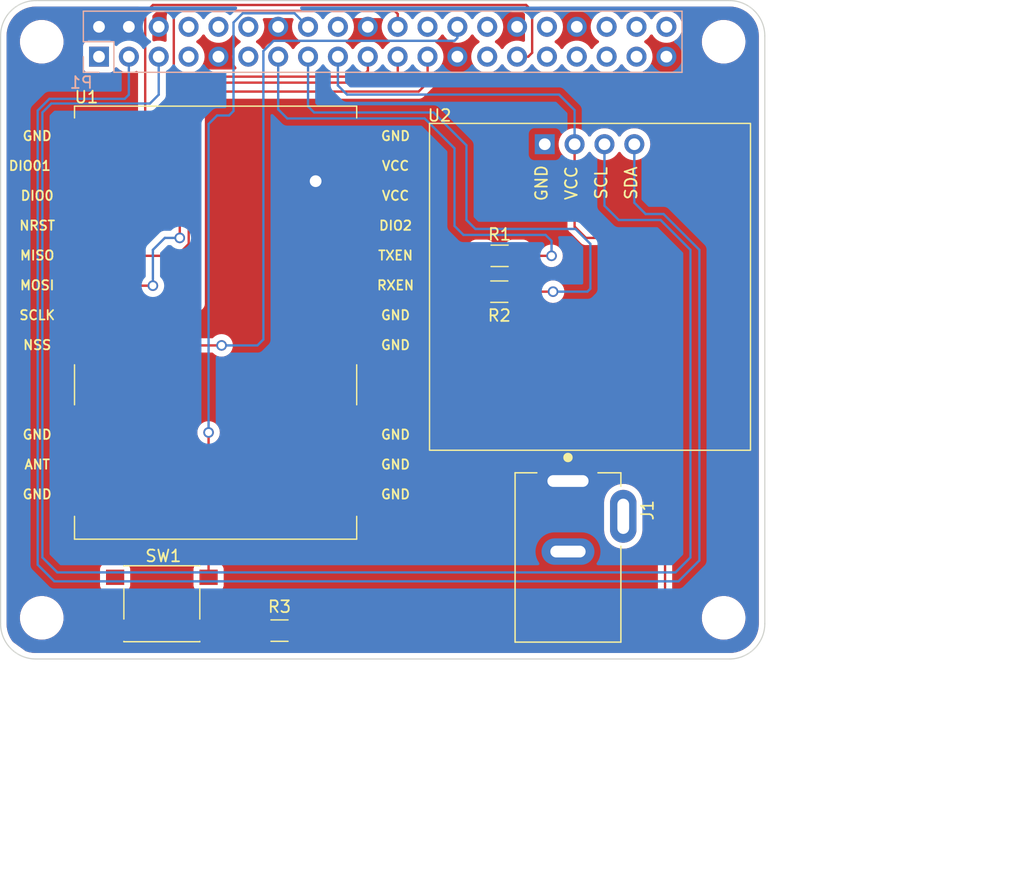
<source format=kicad_pcb>
(kicad_pcb (version 20211014) (generator pcbnew)
  (title_block (date "15 nov 2012"))
  (layers (0 "F.Cu" signal) (31 "B.Cu" signal) (34 "B.Paste" user) (35 "F.Paste" user) (36 "B.SilkS" user "B.Silkscreen") (37 "F.SilkS" user "F.Silkscreen") (38 "B.Mask" user) (39 "F.Mask" user) (44 "Edge.Cuts" user))
  (net 0 "")
  (net 1 "+3V3")
  (net 2 "+5V")
  (net 3 "GND")
  (net 4 "/ID_SD")
  (net 5 "/ID_SC")
  (net 6 "/GPIO5")
  (net 7 "/GPIO6")
  (net 8 "/GPIO26")
  (net 9 "/GPIO2(SDA1)")
  (net 10 "/GPIO3(SCL1)")
  (net 11 "/GPIO4(GCLK)")
  (net 12 "/GPIO14(TXD0)")
  (net 13 "/GPIO15(RXD0)")
  (net 14 "/GPIO17(GEN0)")
  (net 15 "/GPIO27(GEN2)")
  (net 16 "/GPIO22(GEN3)")
  (net 17 "/GPIO23(GEN4)")
  (net 18 "/GPIO24(GEN5)")
  (net 19 "/GPIO25(GEN6)")
  (net 20 "/GPIO18(GEN1)(PWM0)")
  (net 21 "/GPIO10(SPI0_MOSI)")
  (net 22 "/GPIO9(SPI0_MISO)")
  (net 23 "/GPIO11(SPI0_SCK)")
  (net 24 "/GPIO8(SPI0_CE_N)")
  (net 25 "/GPIO7(SPI1_CE_N)")
  (net 26 "/GPIO12(PWM0)")
  (net 27 "/GPIO13(PWM1)")
  (net 28 "/GPIO19(SPI1_MISO)")
  (net 29 "/GPIO16")
  (net 30 "/GPIO20(SPI1_MOSI)")
  (net 31 "/GPIO21(SPI1_SCK)")
  (net 32 "Net-(R2-Pad1)")
  (net 34 "Net-(R3-Pad2)")
  (net 38 "Net-(R1-Pad1)")
  (footprint "MountingHole:MountingHole_2.7mm_M2.5" (layer "F.Cu") (at 203.5 97.5 180)
    (fp_text reference "MK1")
    (fp_text value "M2.5")
    (pad "" np_thru_hole circle (at 0 0 180) (size 2.7 2.7) (drill 2.7) (layers *.Cu *.Mask))
  )
  (footprint "MountingHole:MountingHole_2.7mm_M2.5" (layer "F.Cu") (at 261.5 97.5 180)
    (fp_text reference "MK2")
    (fp_text value "M2.5")
    (pad "" np_thru_hole circle (at 0 0 180) (size 2.7 2.7) (drill 2.7) (layers *.Cu *.Mask))
  )
  (footprint "MountingHole:MountingHole_2.7mm_M2.5" (layer "F.Cu") (at 203.5 146.5)
    (fp_text reference "MK3")
    (fp_text value "M2.5")
    (pad "" np_thru_hole circle (at 0 0) (size 2.7 2.7) (drill 2.7) (layers *.Cu *.Mask))
  )
  (footprint "MountingHole:MountingHole_2.7mm_M2.5" (layer "F.Cu") (at 261.5 146.5)
    (fp_text reference "MK4")
    (fp_text value "M2.5")
    (pad "" np_thru_hole circle (at 0 0) (size 2.7 2.7) (drill 2.7) (layers *.Cu *.Mask))
  )
  (footprint "Resistor_SMD:R_1206_3216Metric_Pad1.30x1.75mm_HandSolder" (layer "F.Cu") (at 242.444 115.71)
    (fp_text reference "R1" (at 0 -1.82) (layer "F.SilkS"))
    (fp_text value "1k")
    (fp_line (start -0.727064 -0.91) (end 0.727064 -0.91) (layer "F.SilkS") (width 0.12))
    (fp_line (start -0.727064 0.91) (end 0.727064 0.91) (layer "F.SilkS") (width 0.12))
    (pad "1" smd roundrect (at -1.55 0) (size 1.3 1.75) (layers "F.Cu" "F.Paste" "F.Mask") (roundrect_rratio 0.192308) (net 38 "Net-(R1-Pad1)"))
    (pad "2" smd roundrect (at 1.55 0) (size 1.3 1.75) (layers "F.Cu" "F.Paste" "F.Mask") (roundrect_rratio 0.192308) (net 15 "/GPIO27(GEN2)"))
  )
  (footprint "Button_Switch_SMD:SW_Push_1P1T_NO_6x6mm_H9.5mm" (layer "F.Cu") (at 213.716 145.301 180)
    (fp_text reference "SW1" (at -0.127 4.064) (layer "F.SilkS"))
    (fp_text value "SW_Push_Open_Dual")
    (fp_line (start 3.23 3.23) (end 3.23 3.2) (layer "F.SilkS") (width 0.12))
    (fp_line (start 3.23 -3.23) (end 3.23 -3.2) (layer "F.SilkS") (width 0.12))
    (fp_line (start -3.23 -1.3) (end -3.23 1.3) (layer "F.SilkS") (width 0.12))
    (fp_line (start -3.23 3.23) (end 3.23 3.23) (layer "F.SilkS") (width 0.12))
    (fp_line (start -3.23 3.23) (end -3.23 3.2) (layer "F.SilkS") (width 0.12))
    (fp_line (start -3.23 -3.2) (end -3.23 -3.23) (layer "F.SilkS") (width 0.12))
    (fp_line (start 3.23 -1.3) (end 3.23 1.3) (layer "F.SilkS") (width 0.12))
    (fp_line (start -3.23 -3.23) (end 3.23 -3.23) (layer "F.SilkS") (width 0.12))
    (pad "1" smd rect (at -3.975 -2.25 180) (size 1.55 1.3) (layers "F.Cu" "F.Paste" "F.Mask") (net 34 "Net-(R3-Pad2)"))
    (pad "1" smd rect (at 3.975 -2.25 180) (size 1.55 1.3) (layers "F.Cu" "F.Paste" "F.Mask"))
    (pad "2" smd rect (at 3.975 2.25 180) (size 1.55 1.3) (layers "F.Cu" "F.Paste" "F.Mask"))
    (pad "2" smd rect (at -3.975 2.25 180) (size 1.55 1.3) (layers "F.Cu" "F.Paste" "F.Mask") (net 17 "/GPIO23(GEN4)"))
  )
  (footprint "TinyGS:E32400M" (layer "F.Cu") (at 206.288 102.978)
    (fp_text reference "U1" (at 1.016 -0.762 unlocked) (layer "F.SilkS"))
    (fp_text value "E32400M30S")
    (fp_text user "RXEN" (at 27.305 15.24 unlocked) (layer "F.SilkS") (effects (font (size 0.8 0.8))))
    (fp_text user "ANT" (at -3.175 30.48 unlocked) (layer "F.SilkS") (effects (font (size 0.8 0.8))))
    (fp_text user "GND" (at 27.305 2.54 unlocked) (layer "F.SilkS") (effects (font (size 0.8 0.8))))
    (fp_text user "GND" (at 27.305 20.32 unlocked) (layer "F.SilkS") (effects (font (size 0.8 0.8))))
    (fp_text user "GND" (at -3.175 33.02 unlocked) (layer "F.SilkS") (effects (font (size 0.8 0.8))))
    (fp_text user "MISO" (at -3.175 12.7 unlocked) (layer "F.SilkS") (effects (font (size 0.8 0.8))))
    (fp_text user "VCC" (at 27.305 5.08 unlocked) (layer "F.SilkS") (effects (font (size 0.8 0.8))))
    (fp_text user "MOSI" (at -3.175 15.24 unlocked) (layer "F.SilkS") (effects (font (size 0.8 0.8))))
    (fp_text user "NSS" (at -3.175 20.32 unlocked) (layer "F.SilkS") (effects (font (size 0.8 0.8))))
    (fp_text user "DIO0" (at -3.175 7.62 unlocked) (layer "F.SilkS") (effects (font (size 0.8 0.8))))
    (fp_text user "GND" (at -3.175 27.94 unlocked) (layer "F.SilkS") (effects (font (size 0.8 0.8))))
    (fp_text user "GND" (at -3.175 2.54 unlocked) (layer "F.SilkS") (effects (font (size 0.8 0.8))))
    (fp_text user "DIO2" (at 27.305 10.16 unlocked) (layer "F.SilkS") (effects (font (size 0.8 0.8))))
    (fp_text user "TXEN" (at 27.305 12.7 unlocked) (layer "F.SilkS") (effects (font (size 0.8 0.8))))
    (fp_text user "GND" (at 27.305 17.78 unlocked) (layer "F.SilkS") (effects (font (size 0.8 0.8))))
    (fp_text user "SCLK" (at -3.175 17.78 unlocked) (layer "F.SilkS") (effects (font (size 0.8 0.8))))
    (fp_text user "GND" (at 27.305 33.02 unlocked) (layer "F.SilkS") (effects (font (size 0.8 0.8))))
    (fp_text user "DIO01" (at -3.81 5.08 unlocked) (layer "F.SilkS") (effects (font (size 0.8 0.8))))
    (fp_text user "VCC" (at 27.305 7.62 unlocked) (layer "F.SilkS") (effects (font (size 0.8 0.8))))
    (fp_text user "GND" (at 27.305 30.48 unlocked) (layer "F.SilkS") (effects (font (size 0.8 0.8))))
    (fp_text user "NRST" (at -3.175 10.16 unlocked) (layer "F.SilkS") (effects (font (size 0.8 0.8))))
    (fp_text user "GND" (at 27.305 27.94 unlocked) (layer "F.SilkS") (effects (font (size 0.8 0.8))))
    (fp_line (start 24 0) (end 24 1) (layer "F.SilkS") (width 0.12))
    (fp_line (start 0 0) (end 0 1) (layer "F.SilkS") (width 0.12))
    (fp_line (start 0 0) (end 24 0) (layer "F.SilkS") (width 0.12))
    (fp_line (start 24 36.83) (end 24 34.89) (layer "F.SilkS") (width 0.12))
    (fp_line (start 24 22) (end 24 25.4) (layer "F.SilkS") (width 0.12))
    (fp_line (start 0 36.83) (end 0 34.89) (layer "F.SilkS") (width 0.12))
    (fp_line (start 0 36.83) (end 24 36.83) (layer "F.SilkS") (width 0.12))
    (fp_line (start 0 22) (end 0 25.4) (layer "F.SilkS") (width 0.12))
    (pad "1" smd rect (at 24 32.731) (size 3.2 1.8) (layers "F.Cu" "F.Paste" "F.Mask") (net 3 "GND"))
    (pad "2" smd rect (at 24 30.191) (size 3.2 1.8) (layers "F.Cu" "F.Paste" "F.Mask") (net 3 "GND"))
    (pad "3" smd rect (at 24 27.651) (size 3.2 1.8) (layers "F.Cu" "F.Paste" "F.Mask") (net 3 "GND"))
    (pad "4" smd rect (at 24 20.351) (size 3.2 1.8) (layers "F.Cu" "F.Paste" "F.Mask") (net 3 "GND"))
    (pad "5" smd rect (at 24 17.811) (size 3.2 1.8) (layers "F.Cu" "F.Paste" "F.Mask") (net 3 "GND"))
    (pad "6" smd rect (at 24 15.271) (size 3.2 1.8) (layers "F.Cu" "F.Paste" "F.Mask") (net 32 "Net-(R2-Pad1)"))
    (pad "7" smd rect (at 24 12.731) (size 3.2 1.8) (layers "F.Cu" "F.Paste" "F.Mask") (net 38 "Net-(R1-Pad1)"))
    (pad "8" smd rect (at 24 10.191) (size 3.2 1.8) (layers "F.Cu" "F.Paste" "F.Mask"))
    (pad "9" smd rect (at 24 7.651) (size 3.2 1.8) (layers "F.Cu" "F.Paste" "F.Mask") (net 2 "+5V"))
    (pad "10" smd rect (at 24 5.111) (size 3.2 1.8) (layers "F.Cu" "F.Paste" "F.Mask") (net 2 "+5V"))
    (pad "11" smd rect (at 24 2.571) (size 3.2 1.8) (layers "F.Cu" "F.Paste" "F.Mask") (net 3 "GND"))
    (pad "18" smd rect (at 0 2.571) (size 3.2 1.8) (layers "F.Cu" "F.Paste" "F.Mask") (net 3 "GND"))
    (pad "19" smd rect (at 0 5.111) (size 3.2 1.8) (layers "F.Cu" "F.Paste" "F.Mask"))
    (pad "20" smd rect (at 0 7.651) (size 3.2 1.8) (layers "F.Cu" "F.Paste" "F.Mask") (net 6 "/GPIO5"))
    (pad "21" smd rect (at 0 10.191) (size 3.2 1.8) (layers "F.Cu" "F.Paste" "F.Mask") (net 19 "/GPIO25(GEN6)"))
    (pad "22" smd rect (at 0 12.731) (size 3.2 1.8) (layers "F.Cu" "F.Paste" "F.Mask") (net 22 "/GPIO9(SPI0_MISO)"))
    (pad "23" smd rect (at 0 15.271) (size 3.2 1.8) (layers "F.Cu" "F.Paste" "F.Mask") (net 21 "/GPIO10(SPI0_MOSI)"))
    (pad "24" smd rect (at 0 17.811) (size 3.2 1.8) (layers "F.Cu" "F.Paste" "F.Mask") (net 23 "/GPIO11(SPI0_SCK)"))
    (pad "25" smd rect (at 0 20.351) (size 3.2 1.8) (layers "F.Cu" "F.Paste" "F.Mask") (net 25 "/GPIO7(SPI1_CE_N)"))
    (pad "26" smd rect (at 0 27.651) (size 3.2 1.8) (layers "F.Cu" "F.Paste" "F.Mask") (net 3 "GND"))
    (pad "27" smd rect (at 0 30.191) (size 3.2 1.8) (layers "F.Cu" "F.Paste" "F.Mask"))
    (pad "28" smd rect (at 0 32.731) (size 3.2 1.8) (layers "F.Cu" "F.Paste" "F.Mask") (net 3 "GND"))
  )
  (footprint "TinyGS:OLED" (layer "F.Cu") (at 236.483 104.445)
    (fp_text reference "U2" (at 0.855 -0.673) (layer "F.SilkS"))
    (fp_text value "OLED")
    (fp_text user "SCL" (at 14.605 5.08 90 unlocked) (layer "F.SilkS"))
    (fp_text user "SDA" (at 17.145 5.08 90 unlocked) (layer "F.SilkS"))
    (fp_text user "VCC" (at 12.065 5.08 90 unlocked) (layer "F.SilkS"))
    (fp_text user "GND" (at 9.525 5.08 90 unlocked) (layer "F.SilkS"))
    (fp_rect (start 0 0) (end 27.3 27.8) (layer "F.SilkS") (width 0.12) (fill none))
    (pad "1" thru_hole rect (at 9.8 1.77 90) (size 1.7 1.7) (drill 1) (layers *.Cu *.Mask) (net 3 "GND"))
    (pad "2" thru_hole oval (at 12.34 1.77 90) (size 1.7 1.7) (drill 1) (layers *.Cu *.Mask) (net 1 "+3V3"))
    (pad "3" thru_hole oval (at 14.88 1.77 90) (size 1.7 1.7) (drill 1) (layers *.Cu *.Mask) (net 10 "/GPIO3(SCL1)"))
    (pad "4" thru_hole oval (at 17.42 1.77 90) (size 1.7 1.7) (drill 1) (layers *.Cu *.Mask) (net 9 "/GPIO2(SDA1)"))
  )
  (footprint "PJ-202A:CUI_PJ-202A" (layer "F.Cu") (at 248.26 141.364 -90)
    (fp_text reference "J1" (at -4.015855 -6.766445 90) (layer "F.SilkS") (effects (font (size 1.000213 1.000213))))
    (fp_text value "PJ-202A")
    (fp_line (start 7.2 4.5) (end -7.2 4.5) (layer "F.SilkS") (width 0.127))
    (fp_line (start 7.2 -4.5) (end 7.2 4.5) (layer "F.SilkS") (width 0.127))
    (fp_line (start -0.95 -4.5) (end 7.2 -4.5) (layer "F.SilkS") (width 0.127))
    (fp_line (start -7.2 -4.5) (end -6.05 -4.5) (layer "F.SilkS") (width 0.127))
    (fp_line (start -7.2 -2.55) (end -7.2 -4.5) (layer "F.SilkS") (width 0.127))
    (fp_line (start -7.2 4.5) (end -7.2 2.65) (layer "F.SilkS") (width 0.127))
    (fp_circle (center -8.5 0) (end -8.3 0) (layer "F.SilkS") (width 0.4) (fill none))
    (pad "1" thru_hole oval locked (at -6.5 0 270) (size 2.5 5) (drill oval 1 3.5) (layers *.Cu *.Mask) (net 2 "+5V"))
    (pad "2" thru_hole oval locked (at -0.5 0 270) (size 2.25 4.5) (drill oval 1 3) (layers *.Cu *.Mask) (net 3 "GND"))
    (pad "3" thru_hole oval locked (at -3.5 -4.7 270) (size 4.5 2.25) (drill oval 3 1) (layers *.Cu *.Mask))
  )
  (footprint "Resistor_SMD:R_1206_3216Metric_Pad1.30x1.75mm_HandSolder" (layer "F.Cu") (at 242.418 118.758)
    (fp_text reference "R2" (at 0 2.032) (layer "F.SilkS"))
    (fp_text value "1k")
    (fp_line (start -0.727064 -0.91) (end 0.727064 -0.91) (layer "F.SilkS") (width 0.12))
    (fp_line (start -0.727064 0.91) (end 0.727064 0.91) (layer "F.SilkS") (width 0.12))
    (pad "1" smd roundrect (at -1.55 0) (size 1.3 1.75) (layers "F.Cu" "F.Paste" "F.Mask") (roundrect_rratio 0.192308) (net 32 "Net-(R2-Pad1)"))
    (pad "2" smd roundrect (at 1.55 0) (size 1.3 1.75) (layers "F.Cu" "F.Paste" "F.Mask") (roundrect_rratio 0.192308) (net 16 "/GPIO22(GEN3)"))
  )
  (footprint "Resistor_SMD:R_1206_3216Metric_Pad1.30x1.75mm_HandSolder" (layer "F.Cu") (at 223.723 147.587 180)
    (fp_text reference "R3" (at 0 2.032) (layer "F.SilkS"))
    (fp_text value "10k")
    (fp_line (start -0.727064 0.91) (end 0.727064 0.91) (layer "F.SilkS") (width 0.12))
    (fp_line (start -0.727064 -0.91) (end 0.727064 -0.91) (layer "F.SilkS") (width 0.12))
    (pad "1" smd roundrect (at -1.55 0 180) (size 1.3 1.75) (layers "F.Cu" "F.Paste" "F.Mask") (roundrect_rratio 0.192308) (net 1 "+3V3"))
    (pad "2" smd roundrect (at 1.55 0 180) (size 1.3 1.75) (layers "F.Cu" "F.Paste" "F.Mask") (roundrect_rratio 0.192308) (net 34 "Net-(R3-Pad2)"))
  )
  (footprint "Connector_PinSocket_2.54mm:PinSocket_2x20_P2.54mm_Vertical" (layer "B.Cu") (at 208.37 98.77 -90)
    (fp_text reference "P1" (at 2.208 1.512) (layer "B.SilkS") (effects (justify mirror)))
    (fp_text value "Conn_02x20_Odd_Even")
    (fp_line (start 1.33 1.33) (end 1.33 0) (layer "B.SilkS") (width 0.12))
    (fp_line (start -3.87 1.33) (end -1.27 1.33) (layer "B.SilkS") (width 0.12))
    (fp_line (start -3.87 -49.59) (end 1.33 -49.59) (layer "B.SilkS") (width 0.12))
    (fp_line (start 0 1.33) (end 1.33 1.33) (layer "B.SilkS") (width 0.12))
    (fp_line (start -1.27 -1.27) (end 1.33 -1.27) (layer "B.SilkS") (width 0.12))
    (fp_line (start -1.27 1.33) (end -1.27 -1.27) (layer "B.SilkS") (width 0.12))
    (fp_line (start -3.87 1.33) (end -3.87 -49.59) (layer "B.SilkS") (width 0.12))
    (fp_line (start 1.33 -1.27) (end 1.33 -49.59) (layer "B.SilkS") (width 0.12))
    (pad "1" thru_hole rect (at 0 0 270) (size 1.7 1.7) (drill 1) (layers *.Cu *.Mask) (net 1 "+3V3"))
    (pad "2" thru_hole oval (at -2.54 0 270) (size 1.7 1.7) (drill 1) (layers *.Cu *.Mask) (net 2 "+5V"))
    (pad "3" thru_hole oval (at 0 -2.54 270) (size 1.7 1.7) (drill 1) (layers *.Cu *.Mask) (net 9 "/GPIO2(SDA1)"))
    (pad "4" thru_hole oval (at -2.54 -2.54 270) (size 1.7 1.7) (drill 1) (layers *.Cu *.Mask) (net 2 "+5V"))
    (pad "5" thru_hole oval (at 0 -5.08 270) (size 1.7 1.7) (drill 1) (layers *.Cu *.Mask) (net 10 "/GPIO3(SCL1)"))
    (pad "6" thru_hole oval (at -2.54 -5.08 270) (size 1.7 1.7) (drill 1) (layers *.Cu *.Mask) (net 3 "GND"))
    (pad "7" thru_hole oval (at 0 -7.62 270) (size 1.7 1.7) (drill 1) (layers *.Cu *.Mask) (net 11 "/GPIO4(GCLK)"))
    (pad "8" thru_hole oval (at -2.54 -7.62 270) (size 1.7 1.7) (drill 1) (layers *.Cu *.Mask) (net 12 "/GPIO14(TXD0)"))
    (pad "9" thru_hole oval (at 0 -10.16 270) (size 1.7 1.7) (drill 1) (layers *.Cu *.Mask) (net 3 "GND"))
    (pad "10" thru_hole oval (at -2.54 -10.16 270) (size 1.7 1.7) (drill 1) (layers *.Cu *.Mask) (net 13 "/GPIO15(RXD0)"))
    (pad "11" thru_hole oval (at 0 -12.7 270) (size 1.7 1.7) (drill 1) (layers *.Cu *.Mask) (net 14 "/GPIO17(GEN0)"))
    (pad "12" thru_hole oval (at -2.54 -12.7 270) (size 1.7 1.7) (drill 1) (layers *.Cu *.Mask) (net 20 "/GPIO18(GEN1)(PWM0)"))
    (pad "13" thru_hole oval (at 0 -15.24 270) (size 1.7 1.7) (drill 1) (layers *.Cu *.Mask) (net 15 "/GPIO27(GEN2)"))
    (pad "14" thru_hole oval (at -2.54 -15.24 270) (size 1.7 1.7) (drill 1) (layers *.Cu *.Mask) (net 3 "GND"))
    (pad "15" thru_hole oval (at 0 -17.78 270) (size 1.7 1.7) (drill 1) (layers *.Cu *.Mask) (net 16 "/GPIO22(GEN3)"))
    (pad "16" thru_hole oval (at -2.54 -17.78 270) (size 1.7 1.7) (drill 1) (layers *.Cu *.Mask) (net 17 "/GPIO23(GEN4)"))
    (pad "17" thru_hole oval (at 0 -20.32 270) (size 1.7 1.7) (drill 1) (layers *.Cu *.Mask) (net 1 "+3V3"))
    (pad "18" thru_hole oval (at -2.54 -20.32 270) (size 1.7 1.7) (drill 1) (layers *.Cu *.Mask) (net 18 "/GPIO24(GEN5)"))
    (pad "19" thru_hole oval (at 0 -22.86 270) (size 1.7 1.7) (drill 1) (layers *.Cu *.Mask) (net 21 "/GPIO10(SPI0_MOSI)"))
    (pad "20" thru_hole oval (at -2.54 -22.86 270) (size 1.7 1.7) (drill 1) (layers *.Cu *.Mask) (net 3 "GND"))
    (pad "21" thru_hole oval (at 0 -25.4 270) (size 1.7 1.7) (drill 1) (layers *.Cu *.Mask) (net 22 "/GPIO9(SPI0_MISO)"))
    (pad "22" thru_hole oval (at -2.54 -25.4 270) (size 1.7 1.7) (drill 1) (layers *.Cu *.Mask) (net 19 "/GPIO25(GEN6)"))
    (pad "23" thru_hole oval (at 0 -27.94 270) (size 1.7 1.7) (drill 1) (layers *.Cu *.Mask) (net 23 "/GPIO11(SPI0_SCK)"))
    (pad "24" thru_hole oval (at -2.54 -27.94 270) (size 1.7 1.7) (drill 1) (layers *.Cu *.Mask) (net 24 "/GPIO8(SPI0_CE_N)"))
    (pad "25" thru_hole oval (at 0 -30.48 270) (size 1.7 1.7) (drill 1) (layers *.Cu *.Mask) (net 3 "GND"))
    (pad "26" thru_hole oval (at -2.54 -30.48 270) (size 1.7 1.7) (drill 1) (layers *.Cu *.Mask) (net 25 "/GPIO7(SPI1_CE_N)"))
    (pad "27" thru_hole oval (at 0 -33.02 270) (size 1.7 1.7) (drill 1) (layers *.Cu *.Mask) (net 4 "/ID_SD"))
    (pad "28" thru_hole oval (at -2.54 -33.02 270) (size 1.7 1.7) (drill 1) (layers *.Cu *.Mask) (net 5 "/ID_SC"))
    (pad "29" thru_hole oval (at 0 -35.56 270) (size 1.7 1.7) (drill 1) (layers *.Cu *.Mask) (net 6 "/GPIO5"))
    (pad "30" thru_hole oval (at -2.54 -35.56 270) (size 1.7 1.7) (drill 1) (layers *.Cu *.Mask) (net 3 "GND"))
    (pad "31" thru_hole oval (at 0 -38.1 270) (size 1.7 1.7) (drill 1) (layers *.Cu *.Mask) (net 7 "/GPIO6"))
    (pad "32" thru_hole oval (at -2.54 -38.1 270) (size 1.7 1.7) (drill 1) (layers *.Cu *.Mask) (net 26 "/GPIO12(PWM0)"))
    (pad "33" thru_hole oval (at 0 -40.64 270) (size 1.7 1.7) (drill 1) (layers *.Cu *.Mask) (net 27 "/GPIO13(PWM1)"))
    (pad "34" thru_hole oval (at -2.54 -40.64 270) (size 1.7 1.7) (drill 1) (layers *.Cu *.Mask) (net 3 "GND"))
    (pad "35" thru_hole oval (at 0 -43.18 270) (size 1.7 1.7) (drill 1) (layers *.Cu *.Mask) (net 28 "/GPIO19(SPI1_MISO)"))
    (pad "36" thru_hole oval (at -2.54 -43.18 270) (size 1.7 1.7) (drill 1) (layers *.Cu *.Mask) (net 29 "/GPIO16"))
    (pad "37" thru_hole oval (at 0 -45.72 270) (size 1.7 1.7) (drill 1) (layers *.Cu *.Mask) (net 8 "/GPIO26"))
    (pad "38" thru_hole oval (at -2.54 -45.72 270) (size 1.7 1.7) (drill 1) (layers *.Cu *.Mask) (net 30 "/GPIO20(SPI1_MOSI)"))
    (pad "39" thru_hole oval (at 0 -48.26 270) (size 1.7 1.7) (drill 1) (layers *.Cu *.Mask) (net 3 "GND"))
    (pad "40" thru_hole oval (at -2.54 -48.26 270) (size 1.7 1.7) (drill 1) (layers *.Cu *.Mask) (net 31 "/GPIO21(SPI1_SCK)"))
  )
  (gr_arc (start 262 94) (mid 264.12132 94.87868) (end 265 97) (layer "Edge.Cuts") (width 0.1))
  (gr_line (start 200 131) (end 200 147) (layer "Edge.Cuts") (width 0.1))
  (gr_line (start 262 94) (end 203 94) (layer "Edge.Cuts") (width 0.1))
  (gr_line (start 200 113) (end 200 131) (layer "Edge.Cuts") (width 0.1))
  (gr_line (start 203 150) (end 262 150) (layer "Edge.Cuts") (width 0.1))
  (gr_arc (start 200 97) (mid 200.87868 94.87868) (end 203 94) (layer "Edge.Cuts") (width 0.1))
  (gr_arc (start 203 150) (mid 200.87868 149.12132) (end 200 147) (layer "Edge.Cuts") (width 0.1))
  (gr_arc (start 265 147) (mid 264.12132 149.12132) (end 262 150) (layer "Edge.Cuts") (width 0.1))
  (gr_line (start 265 147) (end 265 97) (layer "Edge.Cuts") (width 0.1))
  (gr_line (start 200 97) (end 200 113) (layer "Edge.Cuts") (width 0.1))
  (segment (start 256.515 115.456) (end 255.245 114.186) (width 0.2) (layer "F.Cu") (net 1))
  (segment (start 248.84 113.242) (end 248.823 113.242) (width 0.2) (layer "F.Cu") (net 1))
  (segment (start 248.823 113.242) (end 248.823 106.215) (width 0.2) (layer "F.Cu") (net 1))
  (segment (start 255.499 147.714) (end 256.515 146.698) (width 0.2) (layer "F.Cu") (net 1))
  (segment (start 249.784 114.186) (end 248.84 113.242) (width 0.2) (layer "F.Cu") (net 1))
  (segment (start 256.515 146.698) (end 256.515 115.456) (width 0.2) (layer "F.Cu") (net 1))
  (segment (start 255.245 114.186) (end 249.784 114.186) (width 0.2) (layer "F.Cu") (net 1))
  (segment (start 225.273 147.587) (end 225.4 147.714) (width 0.2) (layer "F.Cu") (net 1))
  (segment (start 225.4 147.714) (end 255.499 147.714) (width 0.2) (layer "F.Cu") (net 1))
  (segment (start 228.69 98.77) (end 228.69 101.22) (width 0.2) (layer "B.Cu") (net 1))
  (segment (start 248.823 103.319) (end 248.823 106.215) (width 0.2) (layer "B.Cu") (net 1))
  (segment (start 247.498 101.994) (end 248.823 103.319) (width 0.2) (layer "B.Cu") (net 1))
  (segment (start 229.464 101.994) (end 247.498 101.994) (width 0.2) (layer "B.Cu") (net 1))
  (segment (start 228.69 101.22) (end 229.464 101.994) (width 0.2) (layer "B.Cu") (net 1))
  (segment (start 226.797 109.36) (end 228.068 108.089) (width 2.5) (layer "F.Cu") (net 2))
  (segment (start 230.288 108.089) (end 230.288 110.629) (width 2.5) (layer "F.Cu") (net 2))
  (segment (start 228.066 110.629) (end 230.288 110.629) (width 2.5) (layer "F.Cu") (net 2))
  (segment (start 226.797 109.36) (end 228.066 110.629) (width 2.5) (layer "F.Cu") (net 2))
  (segment (start 228.068 108.089) (end 230.288 108.089) (width 2.5) (layer "F.Cu") (net 2))
  (via (at 226.797 109.36) (size 2) (drill 1) (layers "F.Cu" "B.Cu") (net 2))
  (segment (start 244.88 98.77) (end 243.93 98.77) (width 0.2) (layer "F.Cu") (net 6))
  (segment (start 210.922 110.63) (end 212.300489 109.251511) (width 0.2) (layer "F.Cu") (net 6))
  (segment (start 212.954 94.374) (end 244.704 94.374) (width 0.2) (layer "F.Cu") (net 6))
  (segment (start 212.300489 109.251511) (end 212.300489 95.027511) (width 0.2) (layer "F.Cu") (net 6))
  (segment (start 245.212 98.438) (end 244.88 98.77) (width 0.2) (layer "F.Cu") (net 6))
  (segment (start 206.989 110.63) (end 210.922 110.63) (width 0.2) (layer "F.Cu") (net 6))
  (segment (start 244.704 94.374) (end 245.212 94.882) (width 0.2) (layer "F.Cu") (net 6))
  (segment (start 245.212 94.882) (end 245.212 98.438) (width 0.2) (layer "F.Cu") (net 6))
  (segment (start 206.988 110.629) (end 206.989 110.63) (width 0.2) (layer "F.Cu") (net 6))
  (segment (start 212.300489 95.027511) (end 212.954 94.374) (width 0.2) (layer "F.Cu") (net 6))
  (segment (start 206.288 110.629) (end 206.988 110.629) (width 0.2) (layer "F.Cu") (net 6))
  (segment (start 253.903 106.215) (end 253.903 111.193) (width 0.2) (layer "B.Cu") (net 9))
  (segment (start 254.864 112.154) (end 256.388 112.154) (width 0.2) (layer "B.Cu") (net 9))
  (segment (start 204.572 143.396) (end 203.156481 141.980481) (width 0.2) (layer "B.Cu") (net 9))
  (segment (start 204.152514 102.35648) (end 210.55952 102.35648) (width 0.2) (layer "B.Cu") (net 9))
  (segment (start 257.658 143.396) (end 204.572 143.396) (width 0.2) (layer "B.Cu") (net 9))
  (segment (start 259.436 115.202) (end 259.436 141.618) (width 0.2) (layer "B.Cu") (net 9))
  (segment (start 259.436 141.618) (end 257.658 143.396) (width 0.2) (layer "B.Cu") (net 9))
  (segment (start 203.156481 103.352513) (end 204.152514 102.35648) (width 0.2) (layer "B.Cu") (net 9))
  (segment (start 256.388 112.154) (end 259.436 115.202) (width 0.2) (layer "B.Cu") (net 9))
  (segment (start 210.55952 102.35648) (end 210.91 102.006) (width 0.2) (layer "B.Cu") (net 9))
  (segment (start 253.903 111.193) (end 254.864 112.154) (width 0.2) (layer "B.Cu") (net 9))
  (segment (start 210.91 102.006) (end 210.91 98.77) (width 0.2) (layer "B.Cu") (net 9))
  (segment (start 203.156481 141.980481) (end 203.156481 103.352513) (width 0.2) (layer "B.Cu") (net 9))
  (segment (start 204.826 142.634) (end 203.556 141.364) (width 0.2) (layer "B.Cu") (net 10))
  (segment (start 251.363 106.215) (end 251.363 111.447) (width 0.2) (layer "B.Cu") (net 10))
  (segment (start 204.318 102.756) (end 212.7 102.756) (width 0.2) (layer "B.Cu") (net 10))
  (segment (start 251.363 111.447) (end 252.578 112.662) (width 0.2) (layer "B.Cu") (net 10))
  (segment (start 256.134 112.662) (end 258.674 115.202) (width 0.2) (layer "B.Cu") (net 10))
  (segment (start 213.45 102.006) (end 213.45 98.77) (width 0.2) (layer "B.Cu") (net 10))
  (segment (start 258.674 141.364) (end 257.404 142.634) (width 0.2) (layer "B.Cu") (net 10))
  (segment (start 258.674 115.202) (end 258.674 141.364) (width 0.2) (layer "B.Cu") (net 10))
  (segment (start 203.556 141.364) (end 203.556 103.518) (width 0.2) (layer "B.Cu") (net 10))
  (segment (start 252.578 112.662) (end 256.134 112.662) (width 0.2) (layer "B.Cu") (net 10))
  (segment (start 212.7 102.756) (end 213.45 102.006) (width 0.2) (layer "B.Cu") (net 10))
  (segment (start 257.404 142.634) (end 204.826 142.634) (width 0.2) (layer "B.Cu") (net 10))
  (segment (start 203.556 103.518) (end 204.318 102.756) (width 0.2) (layer "B.Cu") (net 10))
  (segment (start 243.994 115.71) (end 246.863 115.71) (width 0.2) (layer "F.Cu") (net 15))
  (via (at 246.863 115.71) (size 0.9) (drill 0.6) (layers "F.Cu" "B.Cu") (net 15))
  (segment (start 246.355 113.932) (end 239.37 113.932) (width 0.2) (layer "B.Cu") (net 15))
  (segment (start 238.608 106.566) (end 236.068 104.026) (width 0.2) (layer "B.Cu") (net 15))
  (segment (start 246.863 114.44) (end 246.355 113.932) (width 0.2) (layer "B.Cu") (net 15))
  (segment (start 246.863 115.71) (end 246.863 114.44) (width 0.2) (layer "B.Cu") (net 15))
  (segment (start 223.61 103.252) (end 223.61 98.77) (width 0.2) (layer "B.Cu") (net 15))
  (segment (start 239.37 113.932) (end 238.608 113.17) (width 0.2) (layer "B.Cu") (net 15))
  (segment (start 236.068 104.026) (end 224.384 104.026) (width 0.2) (layer "B.Cu") (net 15))
  (segment (start 238.608 113.17) (end 238.608 106.566) (width 0.2) (layer "B.Cu") (net 15))
  (segment (start 224.384 104.026) (end 223.61 103.252) (width 0.2) (layer "B.Cu") (net 15))
  (segment (start 243.968 118.758) (end 246.99 118.758) (width 0.2) (layer "F.Cu") (net 16))
  (via (at 246.99 118.758) (size 0.9) (drill 0.6) (layers "F.Cu" "B.Cu") (net 16))
  (segment (start 226.15 102.998) (end 226.15 98.77) (width 0.2) (layer "B.Cu") (net 16))
  (segment (start 239.624 106.312) (end 236.83 103.518) (width 0.2) (layer "B.Cu") (net 16))
  (segment (start 248.895 113.424) (end 240.386 113.424) (width 0.2) (layer "B.Cu") (net 16))
  (segment (start 249.911 118.758) (end 250.165 118.504) (width 0.2) (layer "B.Cu") (net 16))
  (segment (start 239.624 112.662) (end 239.624 106.312) (width 0.2) (layer "B.Cu") (net 16))
  (segment (start 250.165 118.504) (end 250.165 114.694) (width 0.2) (layer "B.Cu") (net 16))
  (segment (start 250.165 114.694) (end 248.895 113.424) (width 0.2) (layer "B.Cu") (net 16))
  (segment (start 236.83 103.518) (end 226.67 103.518) (width 0.2) (layer "B.Cu") (net 16))
  (segment (start 240.386 113.424) (end 239.624 112.662) (width 0.2) (layer "B.Cu") (net 16))
  (segment (start 226.67 103.518) (end 226.15 102.998) (width 0.2) (layer "B.Cu") (net 16))
  (segment (start 246.99 118.758) (end 249.911 118.758) (width 0.2) (layer "B.Cu") (net 16))
  (segment (start 217.691 143.051) (end 217.691 130.734) (width 0.2) (layer "F.Cu") (net 17))
  (via (at 217.691 130.734) (size 0.9) (drill 0.6) (layers "F.Cu" "B.Cu") (net 17))
  (segment (start 219.431 103.772) (end 218.415 103.772) (width 0.2) (layer "B.Cu") (net 17))
  (segment (start 220.593856 95.080489) (end 219.812 95.862345) (width 0.2) (layer "B.Cu") (net 17))
  (segment (start 226.15 96.23) (end 225.000489 95.080489) (width 0.2) (layer "B.Cu") (net 17))
  (segment (start 218.415 103.772) (end 217.691 104.496) (width 0.2) (layer "B.Cu") (net 17))
  (segment (start 219.812 95.862345) (end 219.812 103.391) (width 0.2) (layer "B.Cu") (net 17))
  (segment (start 219.812 103.391) (end 219.431 103.772) (width 0.2) (layer "B.Cu") (net 17))
  (segment (start 225.000489 95.080489) (end 220.593856 95.080489) (width 0.2) (layer "B.Cu") (net 17))
  (segment (start 217.691 104.496) (end 217.691 130.734) (width 0.2) (layer "B.Cu") (net 17))
  (segment (start 208.949006 113.17) (end 213.462 113.17) (width 0.2) (layer "F.Cu") (net 19))
  (segment (start 233.528 94.882) (end 233.782 95.136) (width 0.2) (layer "F.Cu") (net 19))
  (segment (start 206.288 113.169) (end 208.948006 113.169) (width 0.2) (layer "F.Cu") (net 19))
  (segment (start 215.24 94.882) (end 233.528 94.882) (width 0.2) (layer "F.Cu") (net 19))
  (segment (start 213.462 113.17) (end 214.732 111.9) (width 0.2) (layer "F.Cu") (net 19))
  (segment (start 208.948006 113.169) (end 208.949006 113.17) (width 0.2) (layer "F.Cu") (net 19))
  (segment (start 214.732 111.9) (end 214.732 95.39) (width 0.2) (layer "F.Cu") (net 19))
  (segment (start 233.782 96.218) (end 233.77 96.23) (width 0.2) (layer "F.Cu") (net 19))
  (segment (start 233.782 95.136) (end 233.782 96.218) (width 0.2) (layer "F.Cu") (net 19))
  (segment (start 214.732 95.39) (end 215.24 94.882) (width 0.2) (layer "F.Cu") (net 19))
  (segment (start 206.288 118.249) (end 212.953 118.249) (width 0.2) (layer "F.Cu") (net 21))
  (segment (start 230.734 100.47) (end 231.242 99.962) (width 0.2) (layer "F.Cu") (net 21))
  (segment (start 231.242 99.962) (end 231.242 98.782) (width 0.2) (layer "F.Cu") (net 21))
  (segment (start 216.256 100.47) (end 230.734 100.47) (width 0.2) (layer "F.Cu") (net 21))
  (segment (start 215.24 101.486) (end 216.256 100.47) (width 0.2) (layer "F.Cu") (net 21))
  (segment (start 215.24 114.186) (end 215.24 101.486) (width 0.2) (layer "F.Cu") (net 21))
  (segment (start 231.242 98.782) (end 231.23 98.77) (width 0.2) (layer "F.Cu") (net 21))
  (via (at 215.24 114.186) (size 0.9) (drill 0.6) (layers "F.Cu" "B.Cu") (net 21))
  (via (at 212.953 118.249) (size 0.9) (drill 0.6) (layers "F.Cu" "B.Cu") (net 21))
  (segment (start 212.954 118.248) (end 212.954 115.202) (width 0.2) (layer "B.Cu") (net 21))
  (segment (start 212.953 118.249) (end 212.954 118.248) (width 0.2) (layer "B.Cu") (net 21))
  (segment (start 212.954 115.202) (end 213.97 114.186) (width 0.2) (layer "B.Cu") (net 21))
  (segment (start 213.97 114.186) (end 215.24 114.186) (width 0.2) (layer "B.Cu") (net 21))
  (segment (start 233.782 100.47) (end 233.782 98.782) (width 0.2) (layer "F.Cu") (net 22))
  (segment (start 206.288 115.709) (end 214.987 115.709) (width 0.2) (layer "F.Cu") (net 22))
  (segment (start 216.002 114.694) (end 216.002 101.74) (width 0.2) (layer "F.Cu") (net 22))
  (segment (start 216.764 100.978) (end 233.274 100.978) (width 0.2) (layer "F.Cu") (net 22))
  (segment (start 214.987 115.709) (end 216.002 114.694) (width 0.2) (layer "F.Cu") (net 22))
  (segment (start 216.002 101.74) (end 216.764 100.978) (width 0.2) (layer "F.Cu") (net 22))
  (segment (start 233.274 100.978) (end 233.782 100.47) (width 0.2) (layer "F.Cu") (net 22))
  (segment (start 233.782 98.782) (end 233.77 98.77) (width 0.2) (layer "F.Cu") (net 22))
  (segment (start 236.322 100.978) (end 236.322 98.782) (width 0.2) (layer "F.Cu") (net 23))
  (segment (start 235.56 101.74) (end 236.322 100.978) (width 0.2) (layer "F.Cu") (net 23))
  (segment (start 216.764 102.756) (end 217.78 101.74) (width 0.2) (layer "F.Cu") (net 23))
  (segment (start 216.764 119.774) (end 216.764 102.756) (width 0.2) (layer "F.Cu") (net 23))
  (segment (start 206.288 120.789) (end 215.749 120.789) (width 0.2) (layer "F.Cu") (net 23))
  (segment (start 217.78 101.74) (end 235.56 101.74) (width 0.2) (layer "F.Cu") (net 23))
  (segment (start 215.749 120.789) (end 216.764 119.774) (width 0.2) (layer "F.Cu") (net 23))
  (segment (start 236.322 98.782) (end 236.31 98.77) (width 0.2) (layer "F.Cu") (net 23))
  (segment (start 218.795 123.329) (end 218.796 123.33) (width 0.2) (layer "F.Cu") (net 25))
  (segment (start 206.288 123.329) (end 218.795 123.329) (width 0.2) (layer "F.Cu") (net 25))
  (via (at 218.796 123.33) (size 0.9) (drill 0.6) (layers "F.Cu" "B.Cu") (net 25))
  (segment (start 221.844 123.33) (end 222.352 122.822) (width 0.2) (layer "B.Cu") (net 25))
  (segment (start 218.796 123.33) (end 221.844 123.33) (width 0.2) (layer "B.Cu") (net 25))
  (segment (start 238.608 97.422) (end 238.85 97.18) (width 0.2) (layer "B.Cu") (net 25))
  (segment (start 238.85 97.18) (end 238.85 96.23) (width 0.2) (layer "B.Cu") (net 25))
  (segment (start 222.352 98.292489) (end 223.222489 97.422) (width 0.2) (layer "B.Cu") (net 25))
  (segment (start 222.352 122.822) (end 222.352 98.292489) (width 0.2) (layer "B.Cu") (net 25))
  (segment (start 223.222489 97.422) (end 238.608 97.422) (width 0.2) (layer "B.Cu") (net 25))
  (segment (start 230.288 118.249) (end 240.359 118.249) (width 0.2) (layer "F.Cu") (net 32))
  (segment (start 240.359 118.249) (end 240.868 118.758) (width 0.2) (layer "F.Cu") (net 32))
  (segment (start 217.691 147.551) (end 222.137 147.551) (width 0.2) (layer "F.Cu") (net 34))
  (segment (start 222.137 147.551) (end 222.173 147.587) (width 0.2) (layer "F.Cu") (net 34))
  (segment (start 240.893 115.709) (end 240.894 115.71) (width 0.2) (layer "F.Cu") (net 38))
  (segment (start 230.288 115.709) (end 240.893 115.709) (width 0.2) (layer "F.Cu") (net 38))
  (zone (net 3) (net_name "GND") (layer "F.Cu") (connect_pads yes (clearance 0.508)) (min_thickness 0.254) (fill yes (thermal_gap 0.508) (thermal_bridge_width 0.508))
    (polygon (pts (xy 264.643 95.517) (xy 265.024 96.787) (xy 265.024 147.206) (xy 262.865 149.873) (xy 262.103 150) (xy 203.048 150) (xy 200.254 147.968) (xy 200 146.825) (xy 200 96.787) (xy 200.889 94.882) (xy 202.921 93.993) (xy 262.23 93.993)))
  )
  (zone (net 2) (net_name "+5V") (layer "B.Cu") (connect_pads yes (clearance 0.508)) (min_thickness 0.254) (fill yes (thermal_gap 0.508) (thermal_bridge_width 0.508))
    (polygon (pts (xy 264.643 95.517) (xy 265.024 96.787) (xy 265.024 147.206) (xy 262.865 149.873) (xy 262.103 150) (xy 203.048 150) (xy 200.254 147.968) (xy 200 146.825) (xy 200 96.787) (xy 200.889 94.882) (xy 202.921 93.993) (xy 262.23 93.993)))
  )
)
</source>
